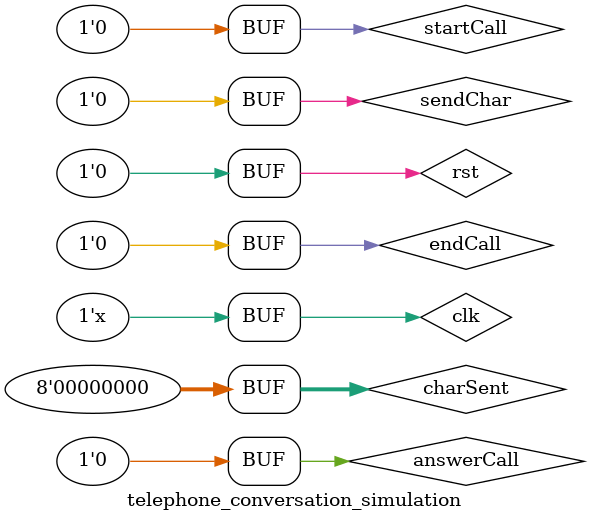
<source format=v>
`timescale 1ns / 1ps

module telephone_conversation_simulation();
reg rst,clk;
reg startCall, answerCall;
reg endCall;
reg sendChar;
reg [7:0] charSent;
wire [63:0] statusMsg;
wire  [63:0] sentMsg;

telephone_conversation_design mytel(clk, rst, startCall, answerCall, endCall,sendChar,charSent, statusMsg, sentMsg);

always #5 clk=~clk;

initial begin
   
    clk=0;
    rst=0;
    startCall = 0;
    endCall =  0;
    answerCall = 0;
    sendChar = 0;
    charSent = 0;
    #3;     
    rst=1;
    #10;
    rst=0;
    #10;
    startCall=1;
    #10;
    startCall=0;
    #200    //waits for get BUSY nad return IDLE
    startCall=1;
    #10;
    startCall=0;
    #20;
    endCall=1;
    #10;
    endCall=0;
    #120
    startCall = 1;
    #10 
    startCall = 0;
    #20
    answerCall = 1;
    #10 
    answerCall = 0;
    
    #10;
    charSent=8'd67;     //c
    #5;
    sendChar=1;
    #5;
    sendChar=0;
    
    #10;
    charSent=8'd83;     //s
    #5;
    sendChar=1;
    #5;
    sendChar=0;
    
    #10;
    charSent=8'd51;     //3
    #5;
    sendChar=1;
    #5;
    sendChar=0;
    
    #10;
    charSent=8'd48;     //0
    #5;
    sendChar=1;
    #5;
    sendChar=0;
    
    #10;
    charSent=8'd51;     //3
    #5;
    sendChar=1;
    #5;
    sendChar=0;
    
    #10;
    charSent=8'd32;     //space
    #5;
    sendChar=1;
    #5;
    sendChar=0;
    
    #10;
    charSent=8'd16;     //dummy, not in range
    #5;
    sendChar=1;
    #5;
    sendChar=0;
    
    #10;
    charSent=8'd80;     //p
    #5;
    sendChar=1;
    #5;
    sendChar=0;
    
    #10;
    charSent=8'd114;    //r
    #5;
    sendChar=1;
    #5;
    sendChar=0;
    
    
    #10;
    charSent=8'd111;    //o
    #5;
    sendChar=1;
    #5;
    sendChar=0;
    
    #10;  
    charSent=8'd106;    //j
    #5;
    sendChar=1;
    #5;
    sendChar=0;
    
    #10;
    charSent=8'd101;    //e
    #5;
    sendChar=1;
    #5;
    sendChar=0;
    
    #10;
    charSent=8'd99;     //c
    #5;
    sendChar=1;
    #5;
    sendChar=0;
    
    #10;
    charSent=8'd116;    //t
    #10;
    sendChar=1;
    #5;
    sendChar=0;
    
    #10;
    charSent=8'd127;    //DEL
    #5;
    sendChar=1;
    #5;
    sendChar=0;
    
    #65;
    startCall = 1;
    #10;
    startCall = 0;
    
    #10 
    answerCall = 1;
    #5
    answerCall = 0;
    
    #7;
    charSent=8'd72;    //H
    #5;
    sendChar=1;
    #5;
    sendChar=0;
    
    #10;
    charSent=8'd105;    //i
    #5;
    sendChar=1;
    #5;
    sendChar=0;
    
    #9
    endCall = 1;
    charSent = 0;
    #5
    endCall = 0;
    
    end
endmodule

</source>
